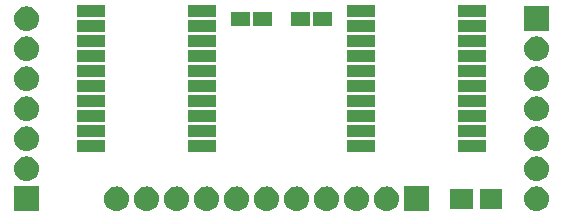
<source format=gbr>
G04 #@! TF.FileFunction,Soldermask,Bot*
%FSLAX46Y46*%
G04 Gerber Fmt 4.6, Leading zero omitted, Abs format (unit mm)*
G04 Created by KiCad (PCBNEW 4.0.4-stable) date 12/09/17 21:43:02*
%MOMM*%
%LPD*%
G01*
G04 APERTURE LIST*
%ADD10C,0.100000*%
G04 APERTURE END LIST*
D10*
G36*
X124671034Y-85326351D02*
X124671052Y-85326357D01*
X124671132Y-85326365D01*
X124866891Y-85386963D01*
X125047153Y-85484430D01*
X125205049Y-85615053D01*
X125334567Y-85773858D01*
X125430773Y-85954795D01*
X125490003Y-86150973D01*
X125510000Y-86354919D01*
X125510000Y-86365154D01*
X125509927Y-86375685D01*
X125509926Y-86375692D01*
X125509898Y-86379741D01*
X125487055Y-86583388D01*
X125425092Y-86778720D01*
X125326369Y-86958296D01*
X125194647Y-87115277D01*
X125034941Y-87243684D01*
X124853337Y-87338624D01*
X124656750Y-87396483D01*
X124656680Y-87396489D01*
X124656661Y-87396495D01*
X124452675Y-87415059D01*
X124248966Y-87393649D01*
X124248948Y-87393643D01*
X124248868Y-87393635D01*
X124053109Y-87333037D01*
X123872847Y-87235570D01*
X123714951Y-87104947D01*
X123585433Y-86946142D01*
X123489227Y-86765205D01*
X123429997Y-86569027D01*
X123410000Y-86365081D01*
X123410000Y-86354846D01*
X123410073Y-86344315D01*
X123410074Y-86344308D01*
X123410102Y-86340259D01*
X123432945Y-86136612D01*
X123494908Y-85941280D01*
X123593631Y-85761704D01*
X123725353Y-85604723D01*
X123885059Y-85476316D01*
X124066663Y-85381376D01*
X124263250Y-85323517D01*
X124263320Y-85323511D01*
X124263339Y-85323505D01*
X124467325Y-85304941D01*
X124671034Y-85326351D01*
X124671034Y-85326351D01*
G37*
G36*
X127211034Y-85326351D02*
X127211052Y-85326357D01*
X127211132Y-85326365D01*
X127406891Y-85386963D01*
X127587153Y-85484430D01*
X127745049Y-85615053D01*
X127874567Y-85773858D01*
X127970773Y-85954795D01*
X128030003Y-86150973D01*
X128050000Y-86354919D01*
X128050000Y-86365154D01*
X128049927Y-86375685D01*
X128049926Y-86375692D01*
X128049898Y-86379741D01*
X128027055Y-86583388D01*
X127965092Y-86778720D01*
X127866369Y-86958296D01*
X127734647Y-87115277D01*
X127574941Y-87243684D01*
X127393337Y-87338624D01*
X127196750Y-87396483D01*
X127196680Y-87396489D01*
X127196661Y-87396495D01*
X126992675Y-87415059D01*
X126788966Y-87393649D01*
X126788948Y-87393643D01*
X126788868Y-87393635D01*
X126593109Y-87333037D01*
X126412847Y-87235570D01*
X126254951Y-87104947D01*
X126125433Y-86946142D01*
X126029227Y-86765205D01*
X125969997Y-86569027D01*
X125950000Y-86365081D01*
X125950000Y-86354846D01*
X125950073Y-86344315D01*
X125950074Y-86344308D01*
X125950102Y-86340259D01*
X125972945Y-86136612D01*
X126034908Y-85941280D01*
X126133631Y-85761704D01*
X126265353Y-85604723D01*
X126425059Y-85476316D01*
X126606663Y-85381376D01*
X126803250Y-85323517D01*
X126803320Y-85323511D01*
X126803339Y-85323505D01*
X127007325Y-85304941D01*
X127211034Y-85326351D01*
X127211034Y-85326351D01*
G37*
G36*
X137371034Y-85326351D02*
X137371052Y-85326357D01*
X137371132Y-85326365D01*
X137566891Y-85386963D01*
X137747153Y-85484430D01*
X137905049Y-85615053D01*
X138034567Y-85773858D01*
X138130773Y-85954795D01*
X138190003Y-86150973D01*
X138210000Y-86354919D01*
X138210000Y-86365154D01*
X138209927Y-86375685D01*
X138209926Y-86375692D01*
X138209898Y-86379741D01*
X138187055Y-86583388D01*
X138125092Y-86778720D01*
X138026369Y-86958296D01*
X137894647Y-87115277D01*
X137734941Y-87243684D01*
X137553337Y-87338624D01*
X137356750Y-87396483D01*
X137356680Y-87396489D01*
X137356661Y-87396495D01*
X137152675Y-87415059D01*
X136948966Y-87393649D01*
X136948948Y-87393643D01*
X136948868Y-87393635D01*
X136753109Y-87333037D01*
X136572847Y-87235570D01*
X136414951Y-87104947D01*
X136285433Y-86946142D01*
X136189227Y-86765205D01*
X136129997Y-86569027D01*
X136110000Y-86365081D01*
X136110000Y-86354846D01*
X136110073Y-86344315D01*
X136110074Y-86344308D01*
X136110102Y-86340259D01*
X136132945Y-86136612D01*
X136194908Y-85941280D01*
X136293631Y-85761704D01*
X136425353Y-85604723D01*
X136585059Y-85476316D01*
X136766663Y-85381376D01*
X136963250Y-85323517D01*
X136963320Y-85323511D01*
X136963339Y-85323505D01*
X137167325Y-85304941D01*
X137371034Y-85326351D01*
X137371034Y-85326351D01*
G37*
G36*
X129751034Y-85326351D02*
X129751052Y-85326357D01*
X129751132Y-85326365D01*
X129946891Y-85386963D01*
X130127153Y-85484430D01*
X130285049Y-85615053D01*
X130414567Y-85773858D01*
X130510773Y-85954795D01*
X130570003Y-86150973D01*
X130590000Y-86354919D01*
X130590000Y-86365154D01*
X130589927Y-86375685D01*
X130589926Y-86375692D01*
X130589898Y-86379741D01*
X130567055Y-86583388D01*
X130505092Y-86778720D01*
X130406369Y-86958296D01*
X130274647Y-87115277D01*
X130114941Y-87243684D01*
X129933337Y-87338624D01*
X129736750Y-87396483D01*
X129736680Y-87396489D01*
X129736661Y-87396495D01*
X129532675Y-87415059D01*
X129328966Y-87393649D01*
X129328948Y-87393643D01*
X129328868Y-87393635D01*
X129133109Y-87333037D01*
X128952847Y-87235570D01*
X128794951Y-87104947D01*
X128665433Y-86946142D01*
X128569227Y-86765205D01*
X128509997Y-86569027D01*
X128490000Y-86365081D01*
X128490000Y-86354846D01*
X128490073Y-86344315D01*
X128490074Y-86344308D01*
X128490102Y-86340259D01*
X128512945Y-86136612D01*
X128574908Y-85941280D01*
X128673631Y-85761704D01*
X128805353Y-85604723D01*
X128965059Y-85476316D01*
X129146663Y-85381376D01*
X129343250Y-85323517D01*
X129343320Y-85323511D01*
X129343339Y-85323505D01*
X129547325Y-85304941D01*
X129751034Y-85326351D01*
X129751034Y-85326351D01*
G37*
G36*
X132291034Y-85326351D02*
X132291052Y-85326357D01*
X132291132Y-85326365D01*
X132486891Y-85386963D01*
X132667153Y-85484430D01*
X132825049Y-85615053D01*
X132954567Y-85773858D01*
X133050773Y-85954795D01*
X133110003Y-86150973D01*
X133130000Y-86354919D01*
X133130000Y-86365154D01*
X133129927Y-86375685D01*
X133129926Y-86375692D01*
X133129898Y-86379741D01*
X133107055Y-86583388D01*
X133045092Y-86778720D01*
X132946369Y-86958296D01*
X132814647Y-87115277D01*
X132654941Y-87243684D01*
X132473337Y-87338624D01*
X132276750Y-87396483D01*
X132276680Y-87396489D01*
X132276661Y-87396495D01*
X132072675Y-87415059D01*
X131868966Y-87393649D01*
X131868948Y-87393643D01*
X131868868Y-87393635D01*
X131673109Y-87333037D01*
X131492847Y-87235570D01*
X131334951Y-87104947D01*
X131205433Y-86946142D01*
X131109227Y-86765205D01*
X131049997Y-86569027D01*
X131030000Y-86365081D01*
X131030000Y-86354846D01*
X131030073Y-86344315D01*
X131030074Y-86344308D01*
X131030102Y-86340259D01*
X131052945Y-86136612D01*
X131114908Y-85941280D01*
X131213631Y-85761704D01*
X131345353Y-85604723D01*
X131505059Y-85476316D01*
X131686663Y-85381376D01*
X131883250Y-85323517D01*
X131883320Y-85323511D01*
X131883339Y-85323505D01*
X132087325Y-85304941D01*
X132291034Y-85326351D01*
X132291034Y-85326351D01*
G37*
G36*
X134831034Y-85326351D02*
X134831052Y-85326357D01*
X134831132Y-85326365D01*
X135026891Y-85386963D01*
X135207153Y-85484430D01*
X135365049Y-85615053D01*
X135494567Y-85773858D01*
X135590773Y-85954795D01*
X135650003Y-86150973D01*
X135670000Y-86354919D01*
X135670000Y-86365154D01*
X135669927Y-86375685D01*
X135669926Y-86375692D01*
X135669898Y-86379741D01*
X135647055Y-86583388D01*
X135585092Y-86778720D01*
X135486369Y-86958296D01*
X135354647Y-87115277D01*
X135194941Y-87243684D01*
X135013337Y-87338624D01*
X134816750Y-87396483D01*
X134816680Y-87396489D01*
X134816661Y-87396495D01*
X134612675Y-87415059D01*
X134408966Y-87393649D01*
X134408948Y-87393643D01*
X134408868Y-87393635D01*
X134213109Y-87333037D01*
X134032847Y-87235570D01*
X133874951Y-87104947D01*
X133745433Y-86946142D01*
X133649227Y-86765205D01*
X133589997Y-86569027D01*
X133570000Y-86365081D01*
X133570000Y-86354846D01*
X133570073Y-86344315D01*
X133570074Y-86344308D01*
X133570102Y-86340259D01*
X133592945Y-86136612D01*
X133654908Y-85941280D01*
X133753631Y-85761704D01*
X133885353Y-85604723D01*
X134045059Y-85476316D01*
X134226663Y-85381376D01*
X134423250Y-85323517D01*
X134423320Y-85323511D01*
X134423339Y-85323505D01*
X134627325Y-85304941D01*
X134831034Y-85326351D01*
X134831034Y-85326351D01*
G37*
G36*
X142451034Y-85326351D02*
X142451052Y-85326357D01*
X142451132Y-85326365D01*
X142646891Y-85386963D01*
X142827153Y-85484430D01*
X142985049Y-85615053D01*
X143114567Y-85773858D01*
X143210773Y-85954795D01*
X143270003Y-86150973D01*
X143290000Y-86354919D01*
X143290000Y-86365154D01*
X143289927Y-86375685D01*
X143289926Y-86375692D01*
X143289898Y-86379741D01*
X143267055Y-86583388D01*
X143205092Y-86778720D01*
X143106369Y-86958296D01*
X142974647Y-87115277D01*
X142814941Y-87243684D01*
X142633337Y-87338624D01*
X142436750Y-87396483D01*
X142436680Y-87396489D01*
X142436661Y-87396495D01*
X142232675Y-87415059D01*
X142028966Y-87393649D01*
X142028948Y-87393643D01*
X142028868Y-87393635D01*
X141833109Y-87333037D01*
X141652847Y-87235570D01*
X141494951Y-87104947D01*
X141365433Y-86946142D01*
X141269227Y-86765205D01*
X141209997Y-86569027D01*
X141190000Y-86365081D01*
X141190000Y-86354846D01*
X141190073Y-86344315D01*
X141190074Y-86344308D01*
X141190102Y-86340259D01*
X141212945Y-86136612D01*
X141274908Y-85941280D01*
X141373631Y-85761704D01*
X141505353Y-85604723D01*
X141665059Y-85476316D01*
X141846663Y-85381376D01*
X142043250Y-85323517D01*
X142043320Y-85323511D01*
X142043339Y-85323505D01*
X142247325Y-85304941D01*
X142451034Y-85326351D01*
X142451034Y-85326351D01*
G37*
G36*
X144991034Y-85326351D02*
X144991052Y-85326357D01*
X144991132Y-85326365D01*
X145186891Y-85386963D01*
X145367153Y-85484430D01*
X145525049Y-85615053D01*
X145654567Y-85773858D01*
X145750773Y-85954795D01*
X145810003Y-86150973D01*
X145830000Y-86354919D01*
X145830000Y-86365154D01*
X145829927Y-86375685D01*
X145829926Y-86375692D01*
X145829898Y-86379741D01*
X145807055Y-86583388D01*
X145745092Y-86778720D01*
X145646369Y-86958296D01*
X145514647Y-87115277D01*
X145354941Y-87243684D01*
X145173337Y-87338624D01*
X144976750Y-87396483D01*
X144976680Y-87396489D01*
X144976661Y-87396495D01*
X144772675Y-87415059D01*
X144568966Y-87393649D01*
X144568948Y-87393643D01*
X144568868Y-87393635D01*
X144373109Y-87333037D01*
X144192847Y-87235570D01*
X144034951Y-87104947D01*
X143905433Y-86946142D01*
X143809227Y-86765205D01*
X143749997Y-86569027D01*
X143730000Y-86365081D01*
X143730000Y-86354846D01*
X143730073Y-86344315D01*
X143730074Y-86344308D01*
X143730102Y-86340259D01*
X143752945Y-86136612D01*
X143814908Y-85941280D01*
X143913631Y-85761704D01*
X144045353Y-85604723D01*
X144205059Y-85476316D01*
X144386663Y-85381376D01*
X144583250Y-85323517D01*
X144583320Y-85323511D01*
X144583339Y-85323505D01*
X144787325Y-85304941D01*
X144991034Y-85326351D01*
X144991034Y-85326351D01*
G37*
G36*
X147531034Y-85326351D02*
X147531052Y-85326357D01*
X147531132Y-85326365D01*
X147726891Y-85386963D01*
X147907153Y-85484430D01*
X148065049Y-85615053D01*
X148194567Y-85773858D01*
X148290773Y-85954795D01*
X148350003Y-86150973D01*
X148370000Y-86354919D01*
X148370000Y-86365154D01*
X148369927Y-86375685D01*
X148369926Y-86375692D01*
X148369898Y-86379741D01*
X148347055Y-86583388D01*
X148285092Y-86778720D01*
X148186369Y-86958296D01*
X148054647Y-87115277D01*
X147894941Y-87243684D01*
X147713337Y-87338624D01*
X147516750Y-87396483D01*
X147516680Y-87396489D01*
X147516661Y-87396495D01*
X147312675Y-87415059D01*
X147108966Y-87393649D01*
X147108948Y-87393643D01*
X147108868Y-87393635D01*
X146913109Y-87333037D01*
X146732847Y-87235570D01*
X146574951Y-87104947D01*
X146445433Y-86946142D01*
X146349227Y-86765205D01*
X146289997Y-86569027D01*
X146270000Y-86365081D01*
X146270000Y-86354846D01*
X146270073Y-86344315D01*
X146270074Y-86344308D01*
X146270102Y-86340259D01*
X146292945Y-86136612D01*
X146354908Y-85941280D01*
X146453631Y-85761704D01*
X146585353Y-85604723D01*
X146745059Y-85476316D01*
X146926663Y-85381376D01*
X147123250Y-85323517D01*
X147123320Y-85323511D01*
X147123339Y-85323505D01*
X147327325Y-85304941D01*
X147531034Y-85326351D01*
X147531034Y-85326351D01*
G37*
G36*
X139911034Y-85326351D02*
X139911052Y-85326357D01*
X139911132Y-85326365D01*
X140106891Y-85386963D01*
X140287153Y-85484430D01*
X140445049Y-85615053D01*
X140574567Y-85773858D01*
X140670773Y-85954795D01*
X140730003Y-86150973D01*
X140750000Y-86354919D01*
X140750000Y-86365154D01*
X140749927Y-86375685D01*
X140749926Y-86375692D01*
X140749898Y-86379741D01*
X140727055Y-86583388D01*
X140665092Y-86778720D01*
X140566369Y-86958296D01*
X140434647Y-87115277D01*
X140274941Y-87243684D01*
X140093337Y-87338624D01*
X139896750Y-87396483D01*
X139896680Y-87396489D01*
X139896661Y-87396495D01*
X139692675Y-87415059D01*
X139488966Y-87393649D01*
X139488948Y-87393643D01*
X139488868Y-87393635D01*
X139293109Y-87333037D01*
X139112847Y-87235570D01*
X138954951Y-87104947D01*
X138825433Y-86946142D01*
X138729227Y-86765205D01*
X138669997Y-86569027D01*
X138650000Y-86365081D01*
X138650000Y-86354846D01*
X138650073Y-86344315D01*
X138650074Y-86344308D01*
X138650102Y-86340259D01*
X138672945Y-86136612D01*
X138734908Y-85941280D01*
X138833631Y-85761704D01*
X138965353Y-85604723D01*
X139125059Y-85476316D01*
X139306663Y-85381376D01*
X139503250Y-85323517D01*
X139503320Y-85323511D01*
X139503339Y-85323505D01*
X139707325Y-85304941D01*
X139911034Y-85326351D01*
X139911034Y-85326351D01*
G37*
G36*
X117890000Y-87410000D02*
X115790000Y-87410000D01*
X115790000Y-85310000D01*
X117890000Y-85310000D01*
X117890000Y-87410000D01*
X117890000Y-87410000D01*
G37*
G36*
X150910000Y-87410000D02*
X148810000Y-87410000D01*
X148810000Y-85310000D01*
X150910000Y-85310000D01*
X150910000Y-87410000D01*
X150910000Y-87410000D01*
G37*
G36*
X160035685Y-85310073D02*
X160035692Y-85310074D01*
X160039741Y-85310102D01*
X160243388Y-85332945D01*
X160438720Y-85394908D01*
X160618296Y-85493631D01*
X160775277Y-85625353D01*
X160903684Y-85785059D01*
X160998624Y-85966663D01*
X161056483Y-86163250D01*
X161056489Y-86163320D01*
X161056495Y-86163339D01*
X161075059Y-86367325D01*
X161053649Y-86571034D01*
X161053643Y-86571052D01*
X161053635Y-86571132D01*
X160993037Y-86766891D01*
X160895570Y-86947153D01*
X160764947Y-87105049D01*
X160606142Y-87234567D01*
X160425205Y-87330773D01*
X160229027Y-87390003D01*
X160025081Y-87410000D01*
X160014846Y-87410000D01*
X160004315Y-87409927D01*
X160004308Y-87409926D01*
X160000259Y-87409898D01*
X159796612Y-87387055D01*
X159601280Y-87325092D01*
X159421704Y-87226369D01*
X159264723Y-87094647D01*
X159136316Y-86934941D01*
X159041376Y-86753337D01*
X158983517Y-86556750D01*
X158983511Y-86556680D01*
X158983505Y-86556661D01*
X158964941Y-86352675D01*
X158986351Y-86148966D01*
X158986357Y-86148948D01*
X158986365Y-86148868D01*
X159046963Y-85953109D01*
X159144430Y-85772847D01*
X159275053Y-85614951D01*
X159433858Y-85485433D01*
X159614795Y-85389227D01*
X159810973Y-85329997D01*
X160014919Y-85310000D01*
X160025154Y-85310000D01*
X160035685Y-85310073D01*
X160035685Y-85310073D01*
G37*
G36*
X157140000Y-87185000D02*
X155240000Y-87185000D01*
X155240000Y-85535000D01*
X157140000Y-85535000D01*
X157140000Y-87185000D01*
X157140000Y-87185000D01*
G37*
G36*
X154640000Y-87185000D02*
X152740000Y-87185000D01*
X152740000Y-85535000D01*
X154640000Y-85535000D01*
X154640000Y-87185000D01*
X154640000Y-87185000D01*
G37*
G36*
X116855685Y-82770073D02*
X116855692Y-82770074D01*
X116859741Y-82770102D01*
X117063388Y-82792945D01*
X117258720Y-82854908D01*
X117438296Y-82953631D01*
X117595277Y-83085353D01*
X117723684Y-83245059D01*
X117818624Y-83426663D01*
X117876483Y-83623250D01*
X117876489Y-83623320D01*
X117876495Y-83623339D01*
X117895059Y-83827325D01*
X117873649Y-84031034D01*
X117873643Y-84031052D01*
X117873635Y-84031132D01*
X117813037Y-84226891D01*
X117715570Y-84407153D01*
X117584947Y-84565049D01*
X117426142Y-84694567D01*
X117245205Y-84790773D01*
X117049027Y-84850003D01*
X116845081Y-84870000D01*
X116834846Y-84870000D01*
X116824315Y-84869927D01*
X116824308Y-84869926D01*
X116820259Y-84869898D01*
X116616612Y-84847055D01*
X116421280Y-84785092D01*
X116241704Y-84686369D01*
X116084723Y-84554647D01*
X115956316Y-84394941D01*
X115861376Y-84213337D01*
X115803517Y-84016750D01*
X115803511Y-84016680D01*
X115803505Y-84016661D01*
X115784941Y-83812675D01*
X115806351Y-83608966D01*
X115806357Y-83608948D01*
X115806365Y-83608868D01*
X115866963Y-83413109D01*
X115964430Y-83232847D01*
X116095053Y-83074951D01*
X116253858Y-82945433D01*
X116434795Y-82849227D01*
X116630973Y-82789997D01*
X116834919Y-82770000D01*
X116845154Y-82770000D01*
X116855685Y-82770073D01*
X116855685Y-82770073D01*
G37*
G36*
X160035685Y-82770073D02*
X160035692Y-82770074D01*
X160039741Y-82770102D01*
X160243388Y-82792945D01*
X160438720Y-82854908D01*
X160618296Y-82953631D01*
X160775277Y-83085353D01*
X160903684Y-83245059D01*
X160998624Y-83426663D01*
X161056483Y-83623250D01*
X161056489Y-83623320D01*
X161056495Y-83623339D01*
X161075059Y-83827325D01*
X161053649Y-84031034D01*
X161053643Y-84031052D01*
X161053635Y-84031132D01*
X160993037Y-84226891D01*
X160895570Y-84407153D01*
X160764947Y-84565049D01*
X160606142Y-84694567D01*
X160425205Y-84790773D01*
X160229027Y-84850003D01*
X160025081Y-84870000D01*
X160014846Y-84870000D01*
X160004315Y-84869927D01*
X160004308Y-84869926D01*
X160000259Y-84869898D01*
X159796612Y-84847055D01*
X159601280Y-84785092D01*
X159421704Y-84686369D01*
X159264723Y-84554647D01*
X159136316Y-84394941D01*
X159041376Y-84213337D01*
X158983517Y-84016750D01*
X158983511Y-84016680D01*
X158983505Y-84016661D01*
X158964941Y-83812675D01*
X158986351Y-83608966D01*
X158986357Y-83608948D01*
X158986365Y-83608868D01*
X159046963Y-83413109D01*
X159144430Y-83232847D01*
X159275053Y-83074951D01*
X159433858Y-82945433D01*
X159614795Y-82849227D01*
X159810973Y-82789997D01*
X160014919Y-82770000D01*
X160025154Y-82770000D01*
X160035685Y-82770073D01*
X160035685Y-82770073D01*
G37*
G36*
X146335000Y-82415000D02*
X143985000Y-82415000D01*
X143985000Y-81415000D01*
X146335000Y-81415000D01*
X146335000Y-82415000D01*
X146335000Y-82415000D01*
G37*
G36*
X155735000Y-82415000D02*
X153385000Y-82415000D01*
X153385000Y-81415000D01*
X155735000Y-81415000D01*
X155735000Y-82415000D01*
X155735000Y-82415000D01*
G37*
G36*
X123475000Y-82415000D02*
X121125000Y-82415000D01*
X121125000Y-81415000D01*
X123475000Y-81415000D01*
X123475000Y-82415000D01*
X123475000Y-82415000D01*
G37*
G36*
X132875000Y-82415000D02*
X130525000Y-82415000D01*
X130525000Y-81415000D01*
X132875000Y-81415000D01*
X132875000Y-82415000D01*
X132875000Y-82415000D01*
G37*
G36*
X116855685Y-80230073D02*
X116855692Y-80230074D01*
X116859741Y-80230102D01*
X117063388Y-80252945D01*
X117258720Y-80314908D01*
X117438296Y-80413631D01*
X117595277Y-80545353D01*
X117723684Y-80705059D01*
X117818624Y-80886663D01*
X117876483Y-81083250D01*
X117876489Y-81083320D01*
X117876495Y-81083339D01*
X117895059Y-81287325D01*
X117873649Y-81491034D01*
X117873643Y-81491052D01*
X117873635Y-81491132D01*
X117813037Y-81686891D01*
X117715570Y-81867153D01*
X117584947Y-82025049D01*
X117426142Y-82154567D01*
X117245205Y-82250773D01*
X117049027Y-82310003D01*
X116845081Y-82330000D01*
X116834846Y-82330000D01*
X116824315Y-82329927D01*
X116824308Y-82329926D01*
X116820259Y-82329898D01*
X116616612Y-82307055D01*
X116421280Y-82245092D01*
X116241704Y-82146369D01*
X116084723Y-82014647D01*
X115956316Y-81854941D01*
X115861376Y-81673337D01*
X115803517Y-81476750D01*
X115803511Y-81476680D01*
X115803505Y-81476661D01*
X115784941Y-81272675D01*
X115806351Y-81068966D01*
X115806357Y-81068948D01*
X115806365Y-81068868D01*
X115866963Y-80873109D01*
X115964430Y-80692847D01*
X116095053Y-80534951D01*
X116253858Y-80405433D01*
X116434795Y-80309227D01*
X116630973Y-80249997D01*
X116834919Y-80230000D01*
X116845154Y-80230000D01*
X116855685Y-80230073D01*
X116855685Y-80230073D01*
G37*
G36*
X160035685Y-80230073D02*
X160035692Y-80230074D01*
X160039741Y-80230102D01*
X160243388Y-80252945D01*
X160438720Y-80314908D01*
X160618296Y-80413631D01*
X160775277Y-80545353D01*
X160903684Y-80705059D01*
X160998624Y-80886663D01*
X161056483Y-81083250D01*
X161056489Y-81083320D01*
X161056495Y-81083339D01*
X161075059Y-81287325D01*
X161053649Y-81491034D01*
X161053643Y-81491052D01*
X161053635Y-81491132D01*
X160993037Y-81686891D01*
X160895570Y-81867153D01*
X160764947Y-82025049D01*
X160606142Y-82154567D01*
X160425205Y-82250773D01*
X160229027Y-82310003D01*
X160025081Y-82330000D01*
X160014846Y-82330000D01*
X160004315Y-82329927D01*
X160004308Y-82329926D01*
X160000259Y-82329898D01*
X159796612Y-82307055D01*
X159601280Y-82245092D01*
X159421704Y-82146369D01*
X159264723Y-82014647D01*
X159136316Y-81854941D01*
X159041376Y-81673337D01*
X158983517Y-81476750D01*
X158983511Y-81476680D01*
X158983505Y-81476661D01*
X158964941Y-81272675D01*
X158986351Y-81068966D01*
X158986357Y-81068948D01*
X158986365Y-81068868D01*
X159046963Y-80873109D01*
X159144430Y-80692847D01*
X159275053Y-80534951D01*
X159433858Y-80405433D01*
X159614795Y-80309227D01*
X159810973Y-80249997D01*
X160014919Y-80230000D01*
X160025154Y-80230000D01*
X160035685Y-80230073D01*
X160035685Y-80230073D01*
G37*
G36*
X155735000Y-81145000D02*
X153385000Y-81145000D01*
X153385000Y-80145000D01*
X155735000Y-80145000D01*
X155735000Y-81145000D01*
X155735000Y-81145000D01*
G37*
G36*
X123475000Y-81145000D02*
X121125000Y-81145000D01*
X121125000Y-80145000D01*
X123475000Y-80145000D01*
X123475000Y-81145000D01*
X123475000Y-81145000D01*
G37*
G36*
X132875000Y-81145000D02*
X130525000Y-81145000D01*
X130525000Y-80145000D01*
X132875000Y-80145000D01*
X132875000Y-81145000D01*
X132875000Y-81145000D01*
G37*
G36*
X146335000Y-81145000D02*
X143985000Y-81145000D01*
X143985000Y-80145000D01*
X146335000Y-80145000D01*
X146335000Y-81145000D01*
X146335000Y-81145000D01*
G37*
G36*
X132875000Y-79875000D02*
X130525000Y-79875000D01*
X130525000Y-78875000D01*
X132875000Y-78875000D01*
X132875000Y-79875000D01*
X132875000Y-79875000D01*
G37*
G36*
X155735000Y-79875000D02*
X153385000Y-79875000D01*
X153385000Y-78875000D01*
X155735000Y-78875000D01*
X155735000Y-79875000D01*
X155735000Y-79875000D01*
G37*
G36*
X123475000Y-79875000D02*
X121125000Y-79875000D01*
X121125000Y-78875000D01*
X123475000Y-78875000D01*
X123475000Y-79875000D01*
X123475000Y-79875000D01*
G37*
G36*
X146335000Y-79875000D02*
X143985000Y-79875000D01*
X143985000Y-78875000D01*
X146335000Y-78875000D01*
X146335000Y-79875000D01*
X146335000Y-79875000D01*
G37*
G36*
X160035685Y-77690073D02*
X160035692Y-77690074D01*
X160039741Y-77690102D01*
X160243388Y-77712945D01*
X160438720Y-77774908D01*
X160618296Y-77873631D01*
X160775277Y-78005353D01*
X160903684Y-78165059D01*
X160998624Y-78346663D01*
X161056483Y-78543250D01*
X161056489Y-78543320D01*
X161056495Y-78543339D01*
X161075059Y-78747325D01*
X161053649Y-78951034D01*
X161053643Y-78951052D01*
X161053635Y-78951132D01*
X160993037Y-79146891D01*
X160895570Y-79327153D01*
X160764947Y-79485049D01*
X160606142Y-79614567D01*
X160425205Y-79710773D01*
X160229027Y-79770003D01*
X160025081Y-79790000D01*
X160014846Y-79790000D01*
X160004315Y-79789927D01*
X160004308Y-79789926D01*
X160000259Y-79789898D01*
X159796612Y-79767055D01*
X159601280Y-79705092D01*
X159421704Y-79606369D01*
X159264723Y-79474647D01*
X159136316Y-79314941D01*
X159041376Y-79133337D01*
X158983517Y-78936750D01*
X158983511Y-78936680D01*
X158983505Y-78936661D01*
X158964941Y-78732675D01*
X158986351Y-78528966D01*
X158986357Y-78528948D01*
X158986365Y-78528868D01*
X159046963Y-78333109D01*
X159144430Y-78152847D01*
X159275053Y-77994951D01*
X159433858Y-77865433D01*
X159614795Y-77769227D01*
X159810973Y-77709997D01*
X160014919Y-77690000D01*
X160025154Y-77690000D01*
X160035685Y-77690073D01*
X160035685Y-77690073D01*
G37*
G36*
X116855685Y-77690073D02*
X116855692Y-77690074D01*
X116859741Y-77690102D01*
X117063388Y-77712945D01*
X117258720Y-77774908D01*
X117438296Y-77873631D01*
X117595277Y-78005353D01*
X117723684Y-78165059D01*
X117818624Y-78346663D01*
X117876483Y-78543250D01*
X117876489Y-78543320D01*
X117876495Y-78543339D01*
X117895059Y-78747325D01*
X117873649Y-78951034D01*
X117873643Y-78951052D01*
X117873635Y-78951132D01*
X117813037Y-79146891D01*
X117715570Y-79327153D01*
X117584947Y-79485049D01*
X117426142Y-79614567D01*
X117245205Y-79710773D01*
X117049027Y-79770003D01*
X116845081Y-79790000D01*
X116834846Y-79790000D01*
X116824315Y-79789927D01*
X116824308Y-79789926D01*
X116820259Y-79789898D01*
X116616612Y-79767055D01*
X116421280Y-79705092D01*
X116241704Y-79606369D01*
X116084723Y-79474647D01*
X115956316Y-79314941D01*
X115861376Y-79133337D01*
X115803517Y-78936750D01*
X115803511Y-78936680D01*
X115803505Y-78936661D01*
X115784941Y-78732675D01*
X115806351Y-78528966D01*
X115806357Y-78528948D01*
X115806365Y-78528868D01*
X115866963Y-78333109D01*
X115964430Y-78152847D01*
X116095053Y-77994951D01*
X116253858Y-77865433D01*
X116434795Y-77769227D01*
X116630973Y-77709997D01*
X116834919Y-77690000D01*
X116845154Y-77690000D01*
X116855685Y-77690073D01*
X116855685Y-77690073D01*
G37*
G36*
X146335000Y-78605000D02*
X143985000Y-78605000D01*
X143985000Y-77605000D01*
X146335000Y-77605000D01*
X146335000Y-78605000D01*
X146335000Y-78605000D01*
G37*
G36*
X155735000Y-78605000D02*
X153385000Y-78605000D01*
X153385000Y-77605000D01*
X155735000Y-77605000D01*
X155735000Y-78605000D01*
X155735000Y-78605000D01*
G37*
G36*
X123475000Y-78605000D02*
X121125000Y-78605000D01*
X121125000Y-77605000D01*
X123475000Y-77605000D01*
X123475000Y-78605000D01*
X123475000Y-78605000D01*
G37*
G36*
X132875000Y-78605000D02*
X130525000Y-78605000D01*
X130525000Y-77605000D01*
X132875000Y-77605000D01*
X132875000Y-78605000D01*
X132875000Y-78605000D01*
G37*
G36*
X155735000Y-77335000D02*
X153385000Y-77335000D01*
X153385000Y-76335000D01*
X155735000Y-76335000D01*
X155735000Y-77335000D01*
X155735000Y-77335000D01*
G37*
G36*
X146335000Y-77335000D02*
X143985000Y-77335000D01*
X143985000Y-76335000D01*
X146335000Y-76335000D01*
X146335000Y-77335000D01*
X146335000Y-77335000D01*
G37*
G36*
X132875000Y-77335000D02*
X130525000Y-77335000D01*
X130525000Y-76335000D01*
X132875000Y-76335000D01*
X132875000Y-77335000D01*
X132875000Y-77335000D01*
G37*
G36*
X123475000Y-77335000D02*
X121125000Y-77335000D01*
X121125000Y-76335000D01*
X123475000Y-76335000D01*
X123475000Y-77335000D01*
X123475000Y-77335000D01*
G37*
G36*
X160035685Y-75150073D02*
X160035692Y-75150074D01*
X160039741Y-75150102D01*
X160243388Y-75172945D01*
X160438720Y-75234908D01*
X160618296Y-75333631D01*
X160775277Y-75465353D01*
X160903684Y-75625059D01*
X160998624Y-75806663D01*
X161056483Y-76003250D01*
X161056489Y-76003320D01*
X161056495Y-76003339D01*
X161075059Y-76207325D01*
X161053649Y-76411034D01*
X161053643Y-76411052D01*
X161053635Y-76411132D01*
X160993037Y-76606891D01*
X160895570Y-76787153D01*
X160764947Y-76945049D01*
X160606142Y-77074567D01*
X160425205Y-77170773D01*
X160229027Y-77230003D01*
X160025081Y-77250000D01*
X160014846Y-77250000D01*
X160004315Y-77249927D01*
X160004308Y-77249926D01*
X160000259Y-77249898D01*
X159796612Y-77227055D01*
X159601280Y-77165092D01*
X159421704Y-77066369D01*
X159264723Y-76934647D01*
X159136316Y-76774941D01*
X159041376Y-76593337D01*
X158983517Y-76396750D01*
X158983511Y-76396680D01*
X158983505Y-76396661D01*
X158964941Y-76192675D01*
X158986351Y-75988966D01*
X158986357Y-75988948D01*
X158986365Y-75988868D01*
X159046963Y-75793109D01*
X159144430Y-75612847D01*
X159275053Y-75454951D01*
X159433858Y-75325433D01*
X159614795Y-75229227D01*
X159810973Y-75169997D01*
X160014919Y-75150000D01*
X160025154Y-75150000D01*
X160035685Y-75150073D01*
X160035685Y-75150073D01*
G37*
G36*
X116855685Y-75150073D02*
X116855692Y-75150074D01*
X116859741Y-75150102D01*
X117063388Y-75172945D01*
X117258720Y-75234908D01*
X117438296Y-75333631D01*
X117595277Y-75465353D01*
X117723684Y-75625059D01*
X117818624Y-75806663D01*
X117876483Y-76003250D01*
X117876489Y-76003320D01*
X117876495Y-76003339D01*
X117895059Y-76207325D01*
X117873649Y-76411034D01*
X117873643Y-76411052D01*
X117873635Y-76411132D01*
X117813037Y-76606891D01*
X117715570Y-76787153D01*
X117584947Y-76945049D01*
X117426142Y-77074567D01*
X117245205Y-77170773D01*
X117049027Y-77230003D01*
X116845081Y-77250000D01*
X116834846Y-77250000D01*
X116824315Y-77249927D01*
X116824308Y-77249926D01*
X116820259Y-77249898D01*
X116616612Y-77227055D01*
X116421280Y-77165092D01*
X116241704Y-77066369D01*
X116084723Y-76934647D01*
X115956316Y-76774941D01*
X115861376Y-76593337D01*
X115803517Y-76396750D01*
X115803511Y-76396680D01*
X115803505Y-76396661D01*
X115784941Y-76192675D01*
X115806351Y-75988966D01*
X115806357Y-75988948D01*
X115806365Y-75988868D01*
X115866963Y-75793109D01*
X115964430Y-75612847D01*
X116095053Y-75454951D01*
X116253858Y-75325433D01*
X116434795Y-75229227D01*
X116630973Y-75169997D01*
X116834919Y-75150000D01*
X116845154Y-75150000D01*
X116855685Y-75150073D01*
X116855685Y-75150073D01*
G37*
G36*
X155735000Y-76065000D02*
X153385000Y-76065000D01*
X153385000Y-75065000D01*
X155735000Y-75065000D01*
X155735000Y-76065000D01*
X155735000Y-76065000D01*
G37*
G36*
X132875000Y-76065000D02*
X130525000Y-76065000D01*
X130525000Y-75065000D01*
X132875000Y-75065000D01*
X132875000Y-76065000D01*
X132875000Y-76065000D01*
G37*
G36*
X123475000Y-76065000D02*
X121125000Y-76065000D01*
X121125000Y-75065000D01*
X123475000Y-75065000D01*
X123475000Y-76065000D01*
X123475000Y-76065000D01*
G37*
G36*
X146335000Y-76065000D02*
X143985000Y-76065000D01*
X143985000Y-75065000D01*
X146335000Y-75065000D01*
X146335000Y-76065000D01*
X146335000Y-76065000D01*
G37*
G36*
X146335000Y-74795000D02*
X143985000Y-74795000D01*
X143985000Y-73795000D01*
X146335000Y-73795000D01*
X146335000Y-74795000D01*
X146335000Y-74795000D01*
G37*
G36*
X123475000Y-74795000D02*
X121125000Y-74795000D01*
X121125000Y-73795000D01*
X123475000Y-73795000D01*
X123475000Y-74795000D01*
X123475000Y-74795000D01*
G37*
G36*
X155735000Y-74795000D02*
X153385000Y-74795000D01*
X153385000Y-73795000D01*
X155735000Y-73795000D01*
X155735000Y-74795000D01*
X155735000Y-74795000D01*
G37*
G36*
X132875000Y-74795000D02*
X130525000Y-74795000D01*
X130525000Y-73795000D01*
X132875000Y-73795000D01*
X132875000Y-74795000D01*
X132875000Y-74795000D01*
G37*
G36*
X160035685Y-72610073D02*
X160035692Y-72610074D01*
X160039741Y-72610102D01*
X160243388Y-72632945D01*
X160438720Y-72694908D01*
X160618296Y-72793631D01*
X160775277Y-72925353D01*
X160903684Y-73085059D01*
X160998624Y-73266663D01*
X161056483Y-73463250D01*
X161056489Y-73463320D01*
X161056495Y-73463339D01*
X161075059Y-73667325D01*
X161053649Y-73871034D01*
X161053643Y-73871052D01*
X161053635Y-73871132D01*
X160993037Y-74066891D01*
X160895570Y-74247153D01*
X160764947Y-74405049D01*
X160606142Y-74534567D01*
X160425205Y-74630773D01*
X160229027Y-74690003D01*
X160025081Y-74710000D01*
X160014846Y-74710000D01*
X160004315Y-74709927D01*
X160004308Y-74709926D01*
X160000259Y-74709898D01*
X159796612Y-74687055D01*
X159601280Y-74625092D01*
X159421704Y-74526369D01*
X159264723Y-74394647D01*
X159136316Y-74234941D01*
X159041376Y-74053337D01*
X158983517Y-73856750D01*
X158983511Y-73856680D01*
X158983505Y-73856661D01*
X158964941Y-73652675D01*
X158986351Y-73448966D01*
X158986357Y-73448948D01*
X158986365Y-73448868D01*
X159046963Y-73253109D01*
X159144430Y-73072847D01*
X159275053Y-72914951D01*
X159433858Y-72785433D01*
X159614795Y-72689227D01*
X159810973Y-72629997D01*
X160014919Y-72610000D01*
X160025154Y-72610000D01*
X160035685Y-72610073D01*
X160035685Y-72610073D01*
G37*
G36*
X116855685Y-72610073D02*
X116855692Y-72610074D01*
X116859741Y-72610102D01*
X117063388Y-72632945D01*
X117258720Y-72694908D01*
X117438296Y-72793631D01*
X117595277Y-72925353D01*
X117723684Y-73085059D01*
X117818624Y-73266663D01*
X117876483Y-73463250D01*
X117876489Y-73463320D01*
X117876495Y-73463339D01*
X117895059Y-73667325D01*
X117873649Y-73871034D01*
X117873643Y-73871052D01*
X117873635Y-73871132D01*
X117813037Y-74066891D01*
X117715570Y-74247153D01*
X117584947Y-74405049D01*
X117426142Y-74534567D01*
X117245205Y-74630773D01*
X117049027Y-74690003D01*
X116845081Y-74710000D01*
X116834846Y-74710000D01*
X116824315Y-74709927D01*
X116824308Y-74709926D01*
X116820259Y-74709898D01*
X116616612Y-74687055D01*
X116421280Y-74625092D01*
X116241704Y-74526369D01*
X116084723Y-74394647D01*
X115956316Y-74234941D01*
X115861376Y-74053337D01*
X115803517Y-73856750D01*
X115803511Y-73856680D01*
X115803505Y-73856661D01*
X115784941Y-73652675D01*
X115806351Y-73448966D01*
X115806357Y-73448948D01*
X115806365Y-73448868D01*
X115866963Y-73253109D01*
X115964430Y-73072847D01*
X116095053Y-72914951D01*
X116253858Y-72785433D01*
X116434795Y-72689227D01*
X116630973Y-72629997D01*
X116834919Y-72610000D01*
X116845154Y-72610000D01*
X116855685Y-72610073D01*
X116855685Y-72610073D01*
G37*
G36*
X132875000Y-73525000D02*
X130525000Y-73525000D01*
X130525000Y-72525000D01*
X132875000Y-72525000D01*
X132875000Y-73525000D01*
X132875000Y-73525000D01*
G37*
G36*
X146335000Y-73525000D02*
X143985000Y-73525000D01*
X143985000Y-72525000D01*
X146335000Y-72525000D01*
X146335000Y-73525000D01*
X146335000Y-73525000D01*
G37*
G36*
X123475000Y-73525000D02*
X121125000Y-73525000D01*
X121125000Y-72525000D01*
X123475000Y-72525000D01*
X123475000Y-73525000D01*
X123475000Y-73525000D01*
G37*
G36*
X155735000Y-73525000D02*
X153385000Y-73525000D01*
X153385000Y-72525000D01*
X155735000Y-72525000D01*
X155735000Y-73525000D01*
X155735000Y-73525000D01*
G37*
G36*
X123475000Y-72255000D02*
X121125000Y-72255000D01*
X121125000Y-71255000D01*
X123475000Y-71255000D01*
X123475000Y-72255000D01*
X123475000Y-72255000D01*
G37*
G36*
X146335000Y-72255000D02*
X143985000Y-72255000D01*
X143985000Y-71255000D01*
X146335000Y-71255000D01*
X146335000Y-72255000D01*
X146335000Y-72255000D01*
G37*
G36*
X155735000Y-72255000D02*
X153385000Y-72255000D01*
X153385000Y-71255000D01*
X155735000Y-71255000D01*
X155735000Y-72255000D01*
X155735000Y-72255000D01*
G37*
G36*
X132875000Y-72255000D02*
X130525000Y-72255000D01*
X130525000Y-71255000D01*
X132875000Y-71255000D01*
X132875000Y-72255000D01*
X132875000Y-72255000D01*
G37*
G36*
X161070000Y-72170000D02*
X158970000Y-72170000D01*
X158970000Y-70070000D01*
X161070000Y-70070000D01*
X161070000Y-72170000D01*
X161070000Y-72170000D01*
G37*
G36*
X116855685Y-70070073D02*
X116855692Y-70070074D01*
X116859741Y-70070102D01*
X117063388Y-70092945D01*
X117258720Y-70154908D01*
X117438296Y-70253631D01*
X117595277Y-70385353D01*
X117723684Y-70545059D01*
X117818624Y-70726663D01*
X117876483Y-70923250D01*
X117876489Y-70923320D01*
X117876495Y-70923339D01*
X117895059Y-71127325D01*
X117873649Y-71331034D01*
X117873643Y-71331052D01*
X117873635Y-71331132D01*
X117813037Y-71526891D01*
X117715570Y-71707153D01*
X117584947Y-71865049D01*
X117426142Y-71994567D01*
X117245205Y-72090773D01*
X117049027Y-72150003D01*
X116845081Y-72170000D01*
X116834846Y-72170000D01*
X116824315Y-72169927D01*
X116824308Y-72169926D01*
X116820259Y-72169898D01*
X116616612Y-72147055D01*
X116421280Y-72085092D01*
X116241704Y-71986369D01*
X116084723Y-71854647D01*
X115956316Y-71694941D01*
X115861376Y-71513337D01*
X115803517Y-71316750D01*
X115803511Y-71316680D01*
X115803505Y-71316661D01*
X115784941Y-71112675D01*
X115806351Y-70908966D01*
X115806357Y-70908948D01*
X115806365Y-70908868D01*
X115866963Y-70713109D01*
X115964430Y-70532847D01*
X116095053Y-70374951D01*
X116253858Y-70245433D01*
X116434795Y-70149227D01*
X116630973Y-70089997D01*
X116834919Y-70070000D01*
X116845154Y-70070000D01*
X116855685Y-70070073D01*
X116855685Y-70070073D01*
G37*
G36*
X140820000Y-71695000D02*
X139220000Y-71695000D01*
X139220000Y-70545000D01*
X140820000Y-70545000D01*
X140820000Y-71695000D01*
X140820000Y-71695000D01*
G37*
G36*
X142720000Y-71695000D02*
X141120000Y-71695000D01*
X141120000Y-70545000D01*
X142720000Y-70545000D01*
X142720000Y-71695000D01*
X142720000Y-71695000D01*
G37*
G36*
X137640000Y-71695000D02*
X136040000Y-71695000D01*
X136040000Y-70545000D01*
X137640000Y-70545000D01*
X137640000Y-71695000D01*
X137640000Y-71695000D01*
G37*
G36*
X135740000Y-71695000D02*
X134140000Y-71695000D01*
X134140000Y-70545000D01*
X135740000Y-70545000D01*
X135740000Y-71695000D01*
X135740000Y-71695000D01*
G37*
G36*
X155735000Y-70985000D02*
X153385000Y-70985000D01*
X153385000Y-69985000D01*
X155735000Y-69985000D01*
X155735000Y-70985000D01*
X155735000Y-70985000D01*
G37*
G36*
X146335000Y-70985000D02*
X143985000Y-70985000D01*
X143985000Y-69985000D01*
X146335000Y-69985000D01*
X146335000Y-70985000D01*
X146335000Y-70985000D01*
G37*
G36*
X132875000Y-70985000D02*
X130525000Y-70985000D01*
X130525000Y-69985000D01*
X132875000Y-69985000D01*
X132875000Y-70985000D01*
X132875000Y-70985000D01*
G37*
G36*
X123475000Y-70985000D02*
X121125000Y-70985000D01*
X121125000Y-69985000D01*
X123475000Y-69985000D01*
X123475000Y-70985000D01*
X123475000Y-70985000D01*
G37*
M02*

</source>
